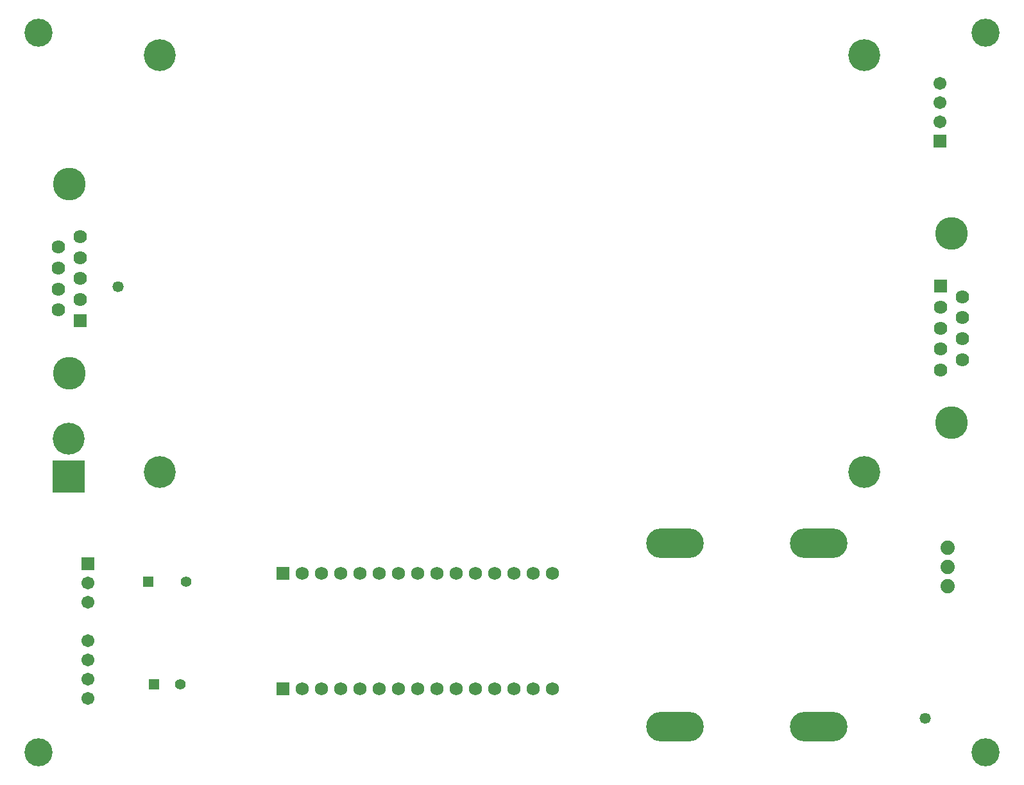
<source format=gbs>
G04*
G04 #@! TF.GenerationSoftware,Altium Limited,Altium Designer,22.8.2 (66)*
G04*
G04 Layer_Color=16711935*
%FSLAX42Y42*%
%MOMM*%
G71*
G04*
G04 #@! TF.SameCoordinates,889D92F3-8E91-4399-9715-C869CBAF0A79*
G04*
G04*
G04 #@! TF.FilePolarity,Negative*
G04*
G01*
G75*
%ADD19C,4.20*%
%ADD20C,1.73*%
%ADD21R,1.73X1.73*%
%ADD22C,1.88*%
%ADD23C,1.71*%
%ADD24R,1.71X1.71*%
%ADD25O,7.60X3.90*%
%ADD26C,1.40*%
%ADD27R,1.40X1.40*%
%ADD28C,3.70*%
%ADD29C,1.78*%
%ADD30R,1.78X1.78*%
%ADD31C,4.32*%
%ADD32R,4.20X4.20*%
%ADD33C,1.47*%
D19*
X11150Y3950D02*
D03*
Y9450D02*
D03*
X1850D02*
D03*
Y3950D02*
D03*
X650Y4390D02*
D03*
D20*
X7035Y1088D02*
D03*
X6781D02*
D03*
X6526D02*
D03*
X6272D02*
D03*
X6019D02*
D03*
X5765D02*
D03*
X5510D02*
D03*
X5256D02*
D03*
X5003D02*
D03*
X4749D02*
D03*
X4494D02*
D03*
X4240D02*
D03*
X3987D02*
D03*
X3733D02*
D03*
X7035Y2612D02*
D03*
X6781D02*
D03*
X6526D02*
D03*
X6272D02*
D03*
X6019D02*
D03*
X5765D02*
D03*
X5510D02*
D03*
X5256D02*
D03*
X5003D02*
D03*
X4749D02*
D03*
X4494D02*
D03*
X4240D02*
D03*
X3987D02*
D03*
X3733D02*
D03*
D21*
X3478Y1088D02*
D03*
Y2612D02*
D03*
D22*
X12250Y2696D02*
D03*
Y2442D02*
D03*
Y2950D02*
D03*
D23*
X905Y961D02*
D03*
Y1215D02*
D03*
Y1469D02*
D03*
Y1723D02*
D03*
Y2231D02*
D03*
Y2485D02*
D03*
X12150Y9081D02*
D03*
Y8827D02*
D03*
Y8573D02*
D03*
D24*
X905Y2739D02*
D03*
X12150Y8319D02*
D03*
D25*
X8650Y3010D02*
D03*
Y590D02*
D03*
X10550Y3010D02*
D03*
Y590D02*
D03*
D26*
X2200Y2500D02*
D03*
X2125Y1150D02*
D03*
D27*
X1700Y2500D02*
D03*
X1775Y1150D02*
D03*
D28*
X250Y9750D02*
D03*
X12750D02*
D03*
Y250D02*
D03*
X250D02*
D03*
D29*
X800Y7058D02*
D03*
X516Y6919D02*
D03*
X800Y6781D02*
D03*
X516Y6643D02*
D03*
X800Y6504D02*
D03*
X516Y6365D02*
D03*
X800Y6227D02*
D03*
X516Y6088D02*
D03*
X12158Y5296D02*
D03*
X12442Y5435D02*
D03*
X12158Y5573D02*
D03*
X12442Y5712D02*
D03*
X12158Y5850D02*
D03*
X12442Y5988D02*
D03*
X12158Y6127D02*
D03*
X12442Y6265D02*
D03*
D30*
X800Y5950D02*
D03*
X12158Y6404D02*
D03*
D31*
X658Y7754D02*
D03*
Y5254D02*
D03*
X12300Y4601D02*
D03*
Y7100D02*
D03*
D32*
X650Y3890D02*
D03*
D33*
X11950Y700D02*
D03*
X1300Y6400D02*
D03*
M02*

</source>
